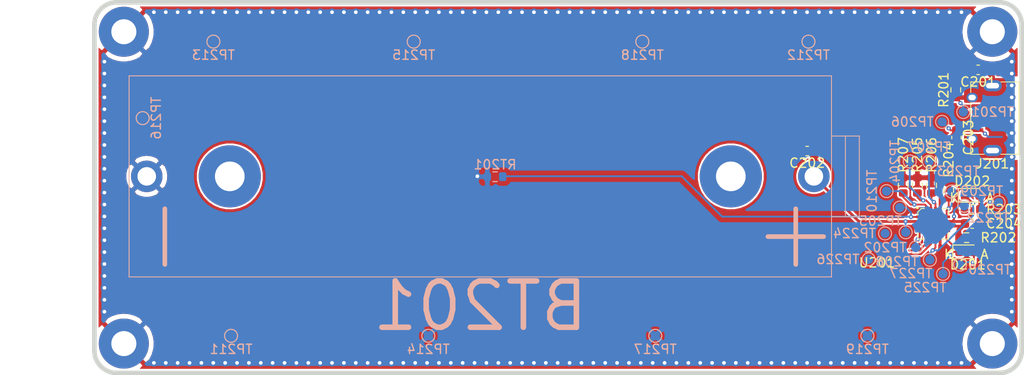
<source format=kicad_pcb>
(kicad_pcb (version 20171130) (host pcbnew 5.1.9-73d0e3b20d~88~ubuntu20.04.1)
  (title_block (title BluePilotESP32) (date 2020-12-19) (rev A0) (company Kalipso) (comment 1 "Patryk Rzonca"))
  (layers (0 F.Cu signal) (1 In1.Cu power hide) (2 In2.Cu power hide) (31 B.Cu signal) (34 B.Paste user hide) (35 F.Paste user hide) (36 B.SilkS user hide) (37 F.SilkS user hide) (38 B.Mask user hide) (39 F.Mask user hide) (44 Edge.Cuts user))
  (net 0 "")
  (net 1 GND)
  (net 2 /PowerSection/V_bat)
  (net 3 "Net-(C201-Pad1)")
  (net 4 /PowerSection/V_charger)
  (net 5 "Net-(D201-Pad2)")
  (net 6 "Net-(J201-Pad4)")
  (net 7 "Net-(J201-Pad3)")
  (net 8 "Net-(J201-Pad2)")
  (net 9 /PowerSection/TS_sens)
  (net 10 /PowerSection/V_out)
  (net 11 /PowerSection/~CHG)
  (net 12 "Net-(D202-Pad2)")
  (net 13 /PowerSection/~PGOOD)
  (net 14 /PowerSection/nCE_enable)
  (net 15 /PowerSection/EN1)
  (net 16 /PowerSection/EN2)
  (net 17 /PowerSection/ILIM)
  (net 18 /PowerSection/ITERM)
  (net 19 /PowerSection/TMR)
  (net 20 /PowerSection/ISET)
  (module BluePilot:RC0603FR-071ML (layer F.Cu) (at 137.16 125.222 90)
    (fp_text reference R201 (at 0 -1.3 90) (layer F.SilkS))
    (fp_text value RC0603FR-071ML)
    (pad 2 smd roundrect (at 0.825 0 90) (size 0.8 0.95) (layers F.Cu F.Paste F.Mask) (net 1 GND))
    (pad 1 smd roundrect (at -0.825 0 90) (size 0.8 0.95) (layers F.Cu F.Paste F.Mask) (net 3 "Net-(C201-Pad1)"))
  )
  (module BluePilot:CL10B472KC8WPNC (layer F.Cu) (at 139.573 123.063 180)
    (fp_text reference C201 (at 0 -1.3) (layer F.SilkS))
    (fp_text value CL10B472KC8WPNC)
    (pad 1 smd roundrect (at -0.775 0 180) (size 0.9 0.95) (layers F.Cu F.Paste F.Mask) (net 3 "Net-(C201-Pad1)"))
    (pad 2 smd roundrect (at 0.775 0 180) (size 0.9 0.95) (layers F.Cu F.Paste F.Mask) (net 1 GND))
  )
  (module TestPoint:TestPoint_Pad_D1.0mm (layer B.Cu) (at 134.366 143.5608)
    (fp_text reference TP227 (at -2.032 1.4732) (layer B.SilkS) (effects (justify mirror)))
    (fp_text value TestPoint)
    (pad 1 smd circle (at 0 0) (size 1 1) (layers B.Cu B.Mask) (net 13 /PowerSection/~PGOOD))
  )
  (module TestPoint:TestPoint_Pad_D1.0mm (layer B.Cu) (at 127.762 143.51)
    (fp_text reference TP226 (at -3.302 0) (layer B.SilkS) (effects (justify mirror)))
    (fp_text value TestPoint)
    (pad 1 smd circle (at 0 0) (size 1 1) (layers B.Cu B.Mask) (net 16 /PowerSection/EN2))
  )
  (module TestPoint:TestPoint_Pad_D1.0mm (layer B.Cu) (at 135.7884 145.0848)
    (fp_text reference TP225 (at -1.9304 1.4732) (layer B.SilkS) (effects (justify mirror)))
    (fp_text value TestPoint)
    (pad 1 smd circle (at 0 0) (size 1 1) (layers B.Cu B.Mask) (net 11 /PowerSection/~CHG))
  )
  (module TestPoint:TestPoint_Pad_D1.0mm (layer B.Cu) (at 129.54 140.716)
    (fp_text reference TP224 (at -3.302 0) (layer B.SilkS) (effects (justify mirror)))
    (fp_text value TestPoint)
    (pad 1 smd circle (at 0 0) (size 1 1) (layers B.Cu B.Mask) (net 15 /PowerSection/EN1))
  )
  (module TestPoint:TestPoint_Pad_D1.0mm (layer B.Cu) (at 138.0775 137.7315)
    (fp_text reference TP209 (at 1.8765 -1.5875) (layer B.SilkS) (effects (justify mirror)))
    (fp_text value TestPoint)
    (pad 1 smd circle (at 0 0) (size 1 1) (layers B.Cu B.Mask) (net 10 /PowerSection/V_out))
  )
  (module TestPoint:TestPoint_Pad_D1.0mm (layer B.Cu) (at 132.842 142.24)
    (fp_text reference TP208 (at -2.032 1.524) (layer B.SilkS) (effects (justify mirror)))
    (fp_text value TestPoint)
    (pad 1 smd circle (at 0 0) (size 1 1) (layers B.Cu B.Mask) (net 14 /PowerSection/nCE_enable))
  )
  (module TestPoint:TestPoint_Pad_D1.0mm (layer B.Cu) (at 131.124999 137.925)
    (fp_text reference TP205 (at -2.092999 1.448) (layer B.SilkS) (effects (justify mirror)))
    (fp_text value TestPoint)
    (pad 1 smd circle (at 0 0) (size 1 1) (layers B.Cu B.Mask) (net 9 /PowerSection/TS_sens))
  )
  (module TestPoint:TestPoint_Pad_D1.0mm (layer B.Cu) (at 131.7625 140.589)
    (fp_text reference TP202 (at -2.2225 1.651) (layer B.SilkS) (effects (justify mirror)))
    (fp_text value TestPoint)
    (pad 1 smd circle (at 0 0) (size 1 1) (layers B.Cu B.Mask) (net 2 /PowerSection/V_bat))
  )
  (module BluePilot:BQ24232HRGTR (layer F.Cu) (at 134.725 139.675)
    (fp_text reference U201 (at -6.05 4.2) (layer F.SilkS))
    (fp_text value BQ24232HRGTR)
    (pad 13 smd rect (at 0.75 -1.45 90) (size 0.75 0.3) (layers F.Cu F.Paste F.Mask) (net 4 /PowerSection/V_charger))
    (pad 6 smd rect (at -0.25 1.45 90) (size 0.75 0.3) (layers F.Cu F.Paste F.Mask) (net 15 /PowerSection/EN1))
    (pad 16 smd rect (at -0.75 -1.45 90) (size 0.75 0.3) (layers F.Cu F.Paste F.Mask) (net 20 /PowerSection/ISET))
    (pad 15 smd rect (at -0.25 -1.45 90) (size 0.75 0.3) (layers F.Cu F.Paste F.Mask) (net 18 /PowerSection/ITERM))
    (pad 5 smd rect (at -0.75 1.45 90) (size 0.75 0.3) (layers F.Cu F.Paste F.Mask) (net 16 /PowerSection/EN2))
    (pad 8 smd rect (at 0.75 1.45 90) (size 0.75 0.3) (layers F.Cu F.Paste F.Mask) (net 1 GND))
    (pad 14 smd rect (at 0.25 -1.45 90) (size 0.75 0.3) (layers F.Cu F.Paste F.Mask) (net 19 /PowerSection/TMR))
    (pad 7 smd rect (at 0.25 1.45 90) (size 0.75 0.3) (layers F.Cu F.Paste F.Mask) (net 13 /PowerSection/~PGOOD))
    (pad 17 smd custom (at 0 0) (size 1.6 1.6) (layers F.Cu F.Paste F.Mask) (net 1 GND) (options (clearance outline) (anchor rect)) (primitives (gr_poly (pts (xy 0.85 0.85) (xy -0.85 0.85) (xy -0.85 -0.85) (xy 0.85 -0.85)) (width 0.01))))
    (pad 9 smd rect (at 1.45 0.75) (size 0.75 0.3) (layers F.Cu F.Paste F.Mask) (net 11 /PowerSection/~CHG))
    (pad 4 smd rect (at -1.45 0.75) (size 0.75 0.3) (layers F.Cu F.Paste F.Mask) (net 14 /PowerSection/nCE_enable))
    (pad 10 smd rect (at 1.45 0.25) (size 0.75 0.3) (layers F.Cu F.Paste F.Mask) (net 10 /PowerSection/V_out))
    (pad 3 smd rect (at -1.45 0.25) (size 0.75 0.3) (layers F.Cu F.Paste F.Mask) (net 2 /PowerSection/V_bat))
    (pad 11 smd rect (at 1.45 -0.25) (size 0.75 0.3) (layers F.Cu F.Paste F.Mask) (net 10 /PowerSection/V_out))
    (pad 2 smd rect (at -1.45 -0.25) (size 0.75 0.3) (layers F.Cu F.Paste F.Mask) (net 2 /PowerSection/V_bat))
    (pad 12 smd rect (at 1.45 -0.75) (size 0.75 0.3) (layers F.Cu F.Paste F.Mask) (net 17 /PowerSection/ILIM))
    (pad 1 smd rect (at -1.45 -0.75) (size 0.75 0.3) (layers F.Cu F.Paste F.Mask) (net 9 /PowerSection/TS_sens))
  )
  (module Resistor_SMD:R_0603_1608Metric (layer F.Cu) (at 131.5 135.525 270)
    (fp_text reference R207 (at -3.275 0 90) (layer F.SilkS))
    (fp_text value R)
    (pad 2 smd roundrect (at 0.825 0 270) (size 0.8 0.95) (layers F.Cu F.Paste F.Mask) (net 20 /PowerSection/ISET))
    (pad 1 smd roundrect (at -0.825 0 270) (size 0.8 0.95) (layers F.Cu F.Paste F.Mask) (net 1 GND))
  )
  (module Resistor_SMD:R_0603_1608Metric (layer F.Cu) (at 134.55 135.525 270)
    (fp_text reference R206 (at -3.275 0 90) (layer F.SilkS))
    (fp_text value R)
    (pad 2 smd roundrect (at 0.825 0 270) (size 0.8 0.95) (layers F.Cu F.Paste F.Mask) (net 19 /PowerSection/TMR))
    (pad 1 smd roundrect (at -0.825 0 270) (size 0.8 0.95) (layers F.Cu F.Paste F.Mask) (net 1 GND))
  )
  (module Resistor_SMD:R_0603_1608Metric (layer F.Cu) (at 133.025 135.525 270)
    (fp_text reference R205 (at -3.275 0 90) (layer F.SilkS))
    (fp_text value R)
    (pad 2 smd roundrect (at 0.825 0 270) (size 0.8 0.95) (layers F.Cu F.Paste F.Mask) (net 18 /PowerSection/ITERM))
    (pad 1 smd roundrect (at -0.825 0 270) (size 0.8 0.95) (layers F.Cu F.Paste F.Mask) (net 1 GND))
  )
  (module Resistor_SMD:R_0603_1608Metric (layer F.Cu) (at 136.4 136.05 270)
    (fp_text reference R204 (at -3.275 0 90) (layer F.SilkS))
    (fp_text value R)
    (pad 2 smd roundrect (at 0.825 0 270) (size 0.8 0.95) (layers F.Cu F.Paste F.Mask) (net 17 /PowerSection/ILIM))
    (pad 1 smd roundrect (at -0.825 0 270) (size 0.8 0.95) (layers F.Cu F.Paste F.Mask) (net 1 GND))
  )
  (module TestPoint:TestPoint_Pad_D1.0mm (layer B.Cu) (at 129.7 136.15)
    (fp_text reference TP210 (at -1.575 0 90) (layer B.SilkS) (effects (justify mirror)))
    (fp_text value TestPoint)
    (pad 1 smd circle (at 0 0) (size 1 1) (layers B.Cu B.Mask) (net 20 /PowerSection/ISET))
  )
  (module TestPoint:TestPoint_Pad_D1.0mm (layer B.Cu) (at 134.275 132.975)
    (fp_text reference TP207 (at 0 -1.575) (layer B.SilkS) (effects (justify mirror)))
    (fp_text value TestPoint)
    (pad 1 smd circle (at 0 0) (size 1 1) (layers B.Cu B.Mask) (net 19 /PowerSection/TMR))
  )
  (module TestPoint:TestPoint_Pad_D1.0mm (layer B.Cu) (at 132.2 132.95)
    (fp_text reference TP204 (at -1.575 0 270) (layer B.SilkS) (effects (justify mirror)))
    (fp_text value TestPoint)
    (pad 1 smd circle (at 0 0) (size 1 1) (layers B.Cu B.Mask) (net 18 /PowerSection/ITERM))
  )
  (module TestPoint:TestPoint_Pad_D1.0mm (layer B.Cu) (at 136.725 136.2)
    (fp_text reference TP203 (at 0.7 -2.2) (layer B.SilkS) (effects (justify mirror)))
    (fp_text value TestPoint)
    (pad 1 smd circle (at 0 0) (size 1 1) (layers B.Cu B.Mask) (net 17 /PowerSection/ILIM))
  )
  (module TestPoint:TestPoint_Pad_D1.0mm (layer B.Cu) (at 127.635 151.765)
    (fp_text reference TP219 (at 0 1.448) (layer B.SilkS) (effects (justify mirror)))
    (fp_text value TestPoint)
    (pad 1 smd circle (at 0 0) (size 1 1) (layers B.Cu B.Mask) (net 1 GND))
  )
  (module TestPoint:TestPoint_Pad_D1.0mm (layer B.Cu) (at 103.378 120.015)
    (fp_text reference TP218 (at 0 1.448) (layer B.SilkS) (effects (justify mirror)))
    (fp_text value TestPoint)
    (pad 1 smd circle (at 0 0) (size 1 1) (layers B.Cu B.Mask) (net 1 GND))
  )
  (module TestPoint:TestPoint_Pad_D1.0mm (layer B.Cu) (at 104.775 151.765)
    (fp_text reference TP217 (at 0 1.448) (layer B.SilkS) (effects (justify mirror)))
    (fp_text value TestPoint)
    (pad 1 smd circle (at 0 0) (size 1 1) (layers B.Cu B.Mask) (net 1 GND))
  )
  (module TestPoint:TestPoint_Pad_D1.0mm (layer B.Cu) (at 49.53 128.27 90)
    (fp_text reference TP216 (at 0 1.448 90) (layer B.SilkS) (effects (justify mirror)))
    (fp_text value TestPoint)
    (pad 1 smd circle (at 0 0 90) (size 1 1) (layers B.Cu B.Mask) (net 1 GND))
  )
  (module TestPoint:TestPoint_Pad_D1.0mm (layer B.Cu) (at 78.74 120.015)
    (fp_text reference TP215 (at 0 1.448) (layer B.SilkS) (effects (justify mirror)))
    (fp_text value TestPoint)
    (pad 1 smd circle (at 0 0) (size 1 1) (layers B.Cu B.Mask) (net 1 GND))
  )
  (module TestPoint:TestPoint_Pad_D1.0mm (layer B.Cu) (at 80.3148 151.765)
    (fp_text reference TP214 (at 0 1.448) (layer B.SilkS) (effects (justify mirror)))
    (fp_text value TestPoint)
    (pad 1 smd circle (at 0 0) (size 1 1) (layers B.Cu B.Mask) (net 1 GND))
  )
  (module TestPoint:TestPoint_Pad_D1.0mm (layer B.Cu) (at 57.15 120.015)
    (fp_text reference TP213 (at 0 1.448) (layer B.SilkS) (effects (justify mirror)))
    (fp_text value TestPoint)
    (pad 1 smd circle (at 0 0) (size 1 1) (layers B.Cu B.Mask) (net 1 GND))
  )
  (module TestPoint:TestPoint_Pad_D1.0mm (layer B.Cu) (at 121.285 120.015)
    (fp_text reference TP212 (at 0 1.448) (layer B.SilkS) (effects (justify mirror)))
    (fp_text value TestPoint)
    (pad 1 smd circle (at 0 0) (size 1 1) (layers B.Cu B.Mask) (net 1 GND))
  )
  (module TestPoint:TestPoint_Pad_D1.0mm (layer B.Cu) (at 59.055 151.765)
    (fp_text reference TP211 (at 0 1.448) (layer B.SilkS) (effects (justify mirror)))
    (fp_text value TestPoint)
    (pad 1 smd circle (at 0 0) (size 1 1) (layers B.Cu B.Mask) (net 1 GND))
  )
  (module TestPoint:TestPoint_Pad_D1.0mm (layer B.Cu) (at 141.7732 137.3632)
    (fp_text reference TP222 (at -1.1232 1.6618) (layer B.SilkS) (effects (justify mirror)))
    (fp_text value TestPoint)
    (pad 1 smd circle (at 0 0) (size 1 1) (layers B.Cu B.Mask) (net 12 "Net-(D202-Pad2)"))
  )
  (module TestPoint:TestPoint_Pad_D1.0mm (layer B.Cu) (at 137.6172 144.0688 270)
    (fp_text reference TP220 (at 0.5588 -3.2004) (layer B.SilkS) (effects (justify mirror)))
    (fp_text value TestPoint)
    (pad 1 smd circle (at 0 0 270) (size 1 1) (layers B.Cu B.Mask) (net 5 "Net-(D201-Pad2)"))
  )
  (module BluePilot:CRGCQ0603F150R (layer F.Cu) (at 138.9279 138.1252 180)
    (fp_text reference R203 (at -3.4295 0) (layer F.SilkS))
    (fp_text value CRGCQ0603F150R)
    (pad 2 smd roundrect (at 0.825 0 180) (size 0.8 0.95) (layers F.Cu F.Paste F.Mask) (net 10 /PowerSection/V_out))
    (pad 1 smd roundrect (at -0.825 0 180) (size 0.8 0.95) (layers F.Cu F.Paste F.Mask) (net 12 "Net-(D202-Pad2)"))
  )
  (module BluePilot:CRGCQ0603F150R (layer F.Cu) (at 138.3284 141.1732 180)
    (fp_text reference R202 (at -3.429 0) (layer F.SilkS))
    (fp_text value CRGCQ0603F150R)
    (pad 2 smd roundrect (at 0.825 0 180) (size 0.8 0.95) (layers F.Cu F.Paste F.Mask) (net 10 /PowerSection/V_out))
    (pad 1 smd roundrect (at -0.825 0 180) (size 0.8 0.95) (layers F.Cu F.Paste F.Mask) (net 5 "Net-(D201-Pad2)"))
  )
  (module BluePilot:KB_DELPS2.12-QHRI-24-Z555-10-S (layer F.Cu) (at 138.9279 136.6012)
    (fp_text reference D202 (at 0.0005 -1.524) (layer F.SilkS))
    (fp_text value KB_DELPS2.12-QHRI-24-Z555-10-S)
    (fp_text user A (at 1.925 0.275) (layer F.SilkS))
    (fp_text user K (at -1.9304 0.275) (layer F.SilkS))
    (pad 2 smd roundrect (at 0.7875 0) (size 0.875 0.95) (layers F.Cu F.Paste F.Mask) (net 12 "Net-(D202-Pad2)"))
    (pad 1 smd roundrect (at -0.7875 0) (size 0.875 0.95) (layers F.Cu F.Paste F.Mask) (net 13 /PowerSection/~PGOOD))
  )
  (module BluePilot:KB_DELPS2.12-QHRI-24-Z555-10-S (layer F.Cu) (at 138.328399 142.6972)
    (fp_text reference D201 (at 0.127 1.397) (layer F.SilkS))
    (fp_text value KB_DELPS2.12-QHRI-24-Z555-10-S)
    (fp_text user A (at 1.925 0.275) (layer F.SilkS))
    (fp_text user K (at -1.9304 0.275) (layer F.SilkS))
    (pad 2 smd roundrect (at 0.7875 0) (size 0.875 0.95) (layers F.Cu F.Paste F.Mask) (net 5 "Net-(D201-Pad2)"))
    (pad 1 smd roundrect (at -0.7875 0) (size 0.875 0.95) (layers F.Cu F.Paste F.Mask) (net 11 /PowerSection/~CHG))
  )
  (module MountingHole:MountingHole_2.7mm_Pad (layer F.Cu) (at 141.097 118.9482)
    (fp_text reference H204 hide)
    (fp_text value MountingHole_Pad)
    (pad 1 thru_hole circle (at 0 0) (size 5.4 5.4) (drill 2.7) (layers *.Cu *.Mask) (net 1 GND))
  )
  (module MountingHole:MountingHole_2.7mm_Pad (layer F.Cu) (at 141.097 152.6032)
    (fp_text reference H203 hide)
    (fp_text value MountingHole_Pad)
    (pad 1 thru_hole circle (at 0 0) (size 5.4 5.4) (drill 2.7) (layers *.Cu *.Mask) (net 1 GND))
  )
  (module MountingHole:MountingHole_2.7mm_Pad (layer F.Cu) (at 47.498 152.6032)
    (fp_text reference H202 hide)
    (fp_text value MountingHole_Pad)
    (pad 1 thru_hole circle (at 0 0) (size 5.4 5.4) (drill 2.7) (layers *.Cu *.Mask) (net 1 GND))
  )
  (module MountingHole:MountingHole_2.7mm_Pad (layer F.Cu) (at 47.498 118.9482)
    (fp_text reference H201 hide)
    (fp_text value MountingHole_Pad)
    (pad 1 thru_hole circle (at 0 0) (size 5.4 5.4) (drill 2.7) (layers *.Cu *.Mask) (net 1 GND))
  )
  (module BluePilot:ERT-J1VR103J (layer B.Cu) (at 87.503 134.5692 180)
    (fp_text reference RT201 (at 0 1.275) (layer B.SilkS) (effects (justify mirror)))
    (fp_text value ERT-J1VR103J)
    (pad 1 smd roundrect (at -0.825 -0.025 180) (size 0.8 0.95) (layers B.Cu B.Paste B.Mask) (net 9 /PowerSection/TS_sens))
    (pad 2 smd roundrect (at 0.825 -0.025 180) (size 0.8 0.95) (layers B.Cu B.Paste B.Mask) (net 1 GND))
  )
  (module BluePilot:UJ2-MIBH2-4-SMT-TR (layer F.Cu) (at 141.1224 128.27 180)
    (fp_text reference J201 (at 0 -4.925) (layer F.SilkS))
    (fp_text value UJ2-MIBH2-4-SMT-TR)
    (pad 5 smd rect (at 1.6 1.3 180) (size 1.2 0.4) (layers F.Cu F.Paste F.Mask) (net 1 GND))
    (pad 4 smd rect (at 1.6 0.65 180) (size 1.2 0.4) (layers F.Cu F.Paste F.Mask) (net 6 "Net-(J201-Pad4)"))
    (pad 3 smd rect (at 1.6 0 180) (size 1.2 0.4) (layers F.Cu F.Paste F.Mask) (net 7 "Net-(J201-Pad3)"))
    (pad 2 smd rect (at 1.6 -0.65 180) (size 1.2 0.4) (layers F.Cu F.Paste F.Mask) (net 8 "Net-(J201-Pad2)"))
    (pad 1 smd rect (at 1.6 -1.3 180) (size 1.2 0.4) (layers F.Cu F.Paste F.Mask) (net 4 /PowerSection/V_charger))
    (pad 6 thru_hole oval (at 2.2 2.225 180) (size 1.2 1) (drill oval 0.8 0.6) (layers *.Cu *.Mask) (net 3 "Net-(C201-Pad1)"))
    (pad 6 thru_hole oval (at 2.2 -2.225 180) (size 1.2 1) (drill oval 0.8 0.6) (layers *.Cu *.Mask) (net 3 "Net-(C201-Pad1)"))
    (pad 6 smd rect (at 0 0 180) (size 0.9 2.6) (layers F.Cu F.Paste F.Mask) (net 3 "Net-(C201-Pad1)"))
    (pad 6 thru_hole oval (at 0 3.5 180) (size 2 1.2) (drill oval 1.4 0.6) (layers *.Cu *.Mask) (net 3 "Net-(C201-Pad1)"))
    (pad 6 thru_hole oval (at 0 -3.5 180) (size 2 1.2) (drill oval 1.4 0.6) (layers *.Cu *.Mask) (net 3 "Net-(C201-Pad1)"))
  )
  (module BluePilot:CL10A475KP8NNNC (layer F.Cu) (at 138.9284 139.6492)
    (fp_text reference C204 (at 3.429 0) (layer F.SilkS))
    (fp_text value CL10A475KP8NNNC)
    (pad 1 smd roundrect (at -0.775 0) (size 0.9 0.95) (layers F.Cu F.Paste F.Mask) (net 10 /PowerSection/V_out))
    (pad 2 smd roundrect (at 0.775 0) (size 0.9 0.95) (layers F.Cu F.Paste F.Mask) (net 1 GND))
  )
  (module BluePilot:CL10A475KP8NNNC (layer F.Cu) (at 137.2362 130.3658 270)
    (fp_text reference C203 (at 0 -1.2954 90) (layer F.SilkS))
    (fp_text value CL10A475KP8NNNC)
    (pad 1 smd roundrect (at -0.775 0 270) (size 0.9 0.95) (layers F.Cu F.Paste F.Mask) (net 4 /PowerSection/V_charger))
    (pad 2 smd roundrect (at 0.775 0 270) (size 0.9 0.95) (layers F.Cu F.Paste F.Mask) (net 1 GND))
  )
  (module BluePilot:CL10A475KP8NNNC (layer F.Cu) (at 121.145 131.826 180)
    (fp_text reference C202 (at 0 -1.2954) (layer F.SilkS))
    (fp_text value CL10A475KP8NNNC)
    (pad 1 smd roundrect (at -0.775 0 180) (size 0.9 0.95) (layers F.Cu F.Paste F.Mask) (net 2 /PowerSection/V_bat))
    (pad 2 smd roundrect (at 0.775 0 180) (size 0.9 0.95) (layers F.Cu F.Paste F.Mask) (net 1 GND))
  )
  (module BluePilot:BHC-18650-1P (layer B.Cu) (at 85.9155 134.5565)
    (fp_text reference BT201 (at 0 14) (layer B.SilkS) (effects (font (size 5 5) (thickness 0.6)) (justify mirror)))
    (fp_text value BHC-18650-1P)
    (pad 1 thru_hole circle (at 35.95 0 270) (size 3.4 3.4) (drill 2) (layers *.Cu *.Mask) (net 2 /PowerSection/V_bat))
    (pad "" np_thru_hole circle (at 27 0 270) (size 6.7 6.7) (drill 3.2) (layers *.Cu *.Mask))
    (pad 2 thru_hole circle (at -35.95 0 270) (size 3.4 3.4) (drill 2) (layers *.Cu *.Mask) (net 1 GND))
    (pad "" np_thru_hole circle (at -27 0 270) (size 6.7 6.7) (drill 3.2) (layers *.Cu *.Mask))
  )
  (module TestPoint:TestPoint_Pad_D1.0mm (layer B.Cu) (at 137.9728 127.6096)
    (fp_text reference TP201 (at 3.1496 0) (layer B.SilkS) (effects (justify mirror)))
    (fp_text value TestPoint)
    (pad 1 smd circle (at 0 0) (size 1 1) (layers B.Cu B.Mask) (net 3 "Net-(C201-Pad1)"))
  )
  (module TestPoint:TestPoint_Pad_D1.0mm (layer B.Cu) (at 135.6868 128.6764)
    (fp_text reference TP206 (at -3.2004 0) (layer B.SilkS) (effects (justify mirror)))
    (fp_text value TestPoint)
    (pad 1 smd circle (at 0 0) (size 1 1) (layers B.Cu B.Mask) (net 4 /PowerSection/V_charger))
  )
  (gr_line (start 144.272 153.3652) (end 144.272 118.1862) (layer Edge.Cuts) (width 0.5))
  (gr_arc (start 141.859 153.3652) (end 141.859 155.7782) (angle -90) (layer Edge.Cuts) (width 0.5))
  (gr_arc (start 141.859 118.1862) (end 144.272 118.1862) (angle -90) (layer Edge.Cuts) (width 0.5))
  (gr_arc (start 46.736 118.1862) (end 46.736 115.7732) (angle -90) (layer Edge.Cuts) (width 0.5))
  (gr_arc (start 46.736 153.3652) (end 44.323 153.3652) (angle -90) (layer Edge.Cuts) (width 0.5))
  (gr_line (start 46.736 115.7732) (end 141.859 115.7732) (layer Edge.Cuts) (width 0.5))
  (gr_line (start 44.323 153.3652) (end 44.323 118.1862) (layer Edge.Cuts) (width 0.5))
  (gr_line (start 46.736 155.7782) (end 141.859 155.7782) (layer Edge.Cuts) (width 0.5))
  (via (at 124.968 116.84) (size 0.8) (drill 0.4) (layers F.Cu B.Cu) (net 1))
  (via (at 143.1925 122.174) (size 0.8) (drill 0.4) (layers F.Cu B.Cu) (net 1))
  (via (at 45.4025 122.174) (size 0.8) (drill 0.4) (layers F.Cu B.Cu) (net 1))
  (via (at 50.7365 116.84) (size 0.8) (drill 0.4) (layers F.Cu B.Cu) (net 1))
  (via (at 50.7365 154.686) (size 0.8) (drill 0.4) (layers F.Cu B.Cu) (net 1))
  (segment (start 85.5984 134.5442) (end 85.598 134.5438) (width 0.25) (layer B.Cu) (net 1))
  (via (at 85.598 134.5438) (size 0.8) (drill 0.4) (layers F.Cu B.Cu) (net 1))
  (segment (start 86.678 134.5442) (end 85.5984 134.5442) (width 0.25) (layer B.Cu) (net 1))
  (segment (start 138.798 123.063) (end 137.795 123.063) (width 0.5) (layer F.Cu) (net 1))
  (segment (start 137.795 123.063) (end 137.16 123.698) (width 0.5) (layer F.Cu) (net 1))
  (segment (start 137.16 123.698) (end 137.16 124.397) (width 0.5) (layer F.Cu) (net 1))
  (segment (start 135.4716 140.3992) (end 134.7216 139.6492) (width 0.2) (layer F.Cu) (net 1))
  (segment (start 135.4716 141.0992) (end 135.4716 140.3992) (width 0.3) (layer F.Cu) (net 1))
  (via (at 52.0165 154.686) (size 0.8) (drill 0.4) (layers F.Cu B.Cu) (net 1))
  (via (at 53.2965 154.686) (size 0.8) (drill 0.4) (layers F.Cu B.Cu) (net 1))
  (via (at 54.5765 154.686) (size 0.8) (drill 0.4) (layers F.Cu B.Cu) (net 1))
  (via (at 55.8565 154.686) (size 0.8) (drill 0.4) (layers F.Cu B.Cu) (net 1))
  (via (at 57.1365 154.686) (size 0.8) (drill 0.4) (layers F.Cu B.Cu) (net 1))
  (via (at 58.4165 154.686) (size 0.8) (drill 0.4) (layers F.Cu B.Cu) (net 1))
  (via (at 59.6965 154.686) (size 0.8) (drill 0.4) (layers F.Cu B.Cu) (net 1))
  (via (at 60.9765 154.686) (size 0.8) (drill 0.4) (layers F.Cu B.Cu) (net 1))
  (via (at 62.2565 154.686) (size 0.8) (drill 0.4) (layers F.Cu B.Cu) (net 1))
  (via (at 63.5365 154.686) (size 0.8) (drill 0.4) (layers F.Cu B.Cu) (net 1))
  (via (at 64.8165 154.686) (size 0.8) (drill 0.4) (layers F.Cu B.Cu) (net 1))
  (via (at 66.0965 154.686) (size 0.8) (drill 0.4) (layers F.Cu B.Cu) (net 1))
  (via (at 67.3765 154.686) (size 0.8) (drill 0.4) (layers F.Cu B.Cu) (net 1))
  (via (at 68.6565 154.686) (size 0.8) (drill 0.4) (layers F.Cu B.Cu) (net 1))
  (via (at 69.9365 154.686) (size 0.8) (drill 0.4) (layers F.Cu B.Cu) (net 1))
  (via (at 71.2165 154.686) (size 0.8) (drill 0.4) (layers F.Cu B.Cu) (net 1))
  (via (at 72.4965 154.686) (size 0.8) (drill 0.4) (layers F.Cu B.Cu) (net 1))
  (via (at 73.7765 154.686) (size 0.8) (drill 0.4) (layers F.Cu B.Cu) (net 1))
  (via (at 75.0565 154.686) (size 0.8) (drill 0.4) (layers F.Cu B.Cu) (net 1))
  (via (at 76.3365 154.686) (size 0.8) (drill 0.4) (layers F.Cu B.Cu) (net 1))
  (via (at 77.6165 154.686) (size 0.8) (drill 0.4) (layers F.Cu B.Cu) (net 1))
  (via (at 78.8965 154.686) (size 0.8) (drill 0.4) (layers F.Cu B.Cu) (net 1))
  (via (at 80.1765 154.686) (size 0.8) (drill 0.4) (layers F.Cu B.Cu) (net 1))
  (via (at 81.4565 154.686) (size 0.8) (drill 0.4) (layers F.Cu B.Cu) (net 1))
  (via (at 82.7365 154.686) (size 0.8) (drill 0.4) (layers F.Cu B.Cu) (net 1))
  (via (at 84.0165 154.686) (size 0.8) (drill 0.4) (layers F.Cu B.Cu) (net 1))
  (via (at 85.2965 154.686) (size 0.8) (drill 0.4) (layers F.Cu B.Cu) (net 1))
  (via (at 86.5765 154.686) (size 0.8) (drill 0.4) (layers F.Cu B.Cu) (net 1))
  (via (at 87.8565 154.686) (size 0.8) (drill 0.4) (layers F.Cu B.Cu) (net 1))
  (via (at 89.1365 154.686) (size 0.8) (drill 0.4) (layers F.Cu B.Cu) (net 1))
  (via (at 90.4165 154.686) (size 0.8) (drill 0.4) (layers F.Cu B.Cu) (net 1))
  (via (at 91.6965 154.686) (size 0.8) (drill 0.4) (layers F.Cu B.Cu) (net 1))
  (via (at 92.9765 154.686) (size 0.8) (drill 0.4) (layers F.Cu B.Cu) (net 1))
  (via (at 94.2565 154.686) (size 0.8) (drill 0.4) (layers F.Cu B.Cu) (net 1))
  (via (at 95.5365 154.686) (size 0.8) (drill 0.4) (layers F.Cu B.Cu) (net 1))
  (via (at 96.8165 154.686) (size 0.8) (drill 0.4) (layers F.Cu B.Cu) (net 1))
  (via (at 98.0965 154.686) (size 0.8) (drill 0.4) (layers F.Cu B.Cu) (net 1))
  (via (at 99.3765 154.686) (size 0.8) (drill 0.4) (layers F.Cu B.Cu) (net 1))
  (via (at 100.6565 154.686) (size 0.8) (drill 0.4) (layers F.Cu B.Cu) (net 1))
  (via (at 101.9365 154.686) (size 0.8) (drill 0.4) (layers F.Cu B.Cu) (net 1))
  (via (at 103.2165 154.686) (size 0.8) (drill 0.4) (layers F.Cu B.Cu) (net 1))
  (via (at 104.4965 154.686) (size 0.8) (drill 0.4) (layers F.Cu B.Cu) (net 1))
  (via (at 105.7765 154.686) (size 0.8) (drill 0.4) (layers F.Cu B.Cu) (net 1))
  (via (at 107.0565 154.686) (size 0.8) (drill 0.4) (layers F.Cu B.Cu) (net 1))
  (via (at 108.3365 154.686) (size 0.8) (drill 0.4) (layers F.Cu B.Cu) (net 1))
  (via (at 109.6165 154.686) (size 0.8) (drill 0.4) (layers F.Cu B.Cu) (net 1))
  (via (at 110.8965 154.686) (size 0.8) (drill 0.4) (layers F.Cu B.Cu) (net 1))
  (via (at 112.1765 154.686) (size 0.8) (drill 0.4) (layers F.Cu B.Cu) (net 1))
  (via (at 113.4565 154.686) (size 0.8) (drill 0.4) (layers F.Cu B.Cu) (net 1))
  (via (at 114.7365 154.686) (size 0.8) (drill 0.4) (layers F.Cu B.Cu) (net 1))
  (via (at 116.0165 154.686) (size 0.8) (drill 0.4) (layers F.Cu B.Cu) (net 1))
  (via (at 117.2965 154.686) (size 0.8) (drill 0.4) (layers F.Cu B.Cu) (net 1))
  (via (at 118.5765 154.686) (size 0.8) (drill 0.4) (layers F.Cu B.Cu) (net 1))
  (via (at 119.8565 154.686) (size 0.8) (drill 0.4) (layers F.Cu B.Cu) (net 1))
  (via (at 121.1365 154.686) (size 0.8) (drill 0.4) (layers F.Cu B.Cu) (net 1))
  (via (at 122.4165 154.686) (size 0.8) (drill 0.4) (layers F.Cu B.Cu) (net 1))
  (via (at 123.6965 154.686) (size 0.8) (drill 0.4) (layers F.Cu B.Cu) (net 1))
  (via (at 124.9765 154.686) (size 0.8) (drill 0.4) (layers F.Cu B.Cu) (net 1))
  (via (at 126.2565 154.686) (size 0.8) (drill 0.4) (layers F.Cu B.Cu) (net 1))
  (via (at 127.5365 154.686) (size 0.8) (drill 0.4) (layers F.Cu B.Cu) (net 1))
  (via (at 128.8165 154.686) (size 0.8) (drill 0.4) (layers F.Cu B.Cu) (net 1))
  (via (at 130.0965 154.686) (size 0.8) (drill 0.4) (layers F.Cu B.Cu) (net 1))
  (via (at 131.3765 154.686) (size 0.8) (drill 0.4) (layers F.Cu B.Cu) (net 1))
  (via (at 132.6565 154.686) (size 0.8) (drill 0.4) (layers F.Cu B.Cu) (net 1))
  (via (at 133.9365 154.686) (size 0.8) (drill 0.4) (layers F.Cu B.Cu) (net 1))
  (via (at 135.2165 154.686) (size 0.8) (drill 0.4) (layers F.Cu B.Cu) (net 1))
  (via (at 136.4965 154.686) (size 0.8) (drill 0.4) (layers F.Cu B.Cu) (net 1))
  (via (at 137.7765 154.686) (size 0.8) (drill 0.4) (layers F.Cu B.Cu) (net 1))
  (via (at 52.0165 116.84) (size 0.8) (drill 0.4) (layers F.Cu B.Cu) (net 1))
  (via (at 53.2965 116.84) (size 0.8) (drill 0.4) (layers F.Cu B.Cu) (net 1))
  (via (at 54.5765 116.84) (size 0.8) (drill 0.4) (layers F.Cu B.Cu) (net 1))
  (via (at 55.8565 116.84) (size 0.8) (drill 0.4) (layers F.Cu B.Cu) (net 1))
  (via (at 57.1365 116.84) (size 0.8) (drill 0.4) (layers F.Cu B.Cu) (net 1))
  (via (at 58.4165 116.84) (size 0.8) (drill 0.4) (layers F.Cu B.Cu) (net 1))
  (via (at 59.6965 116.84) (size 0.8) (drill 0.4) (layers F.Cu B.Cu) (net 1))
  (via (at 60.9765 116.84) (size 0.8) (drill 0.4) (layers F.Cu B.Cu) (net 1))
  (via (at 62.2565 116.84) (size 0.8) (drill 0.4) (layers F.Cu B.Cu) (net 1))
  (via (at 63.5365 116.84) (size 0.8) (drill 0.4) (layers F.Cu B.Cu) (net 1))
  (via (at 64.8165 116.84) (size 0.8) (drill 0.4) (layers F.Cu B.Cu) (net 1))
  (via (at 66.0965 116.84) (size 0.8) (drill 0.4) (layers F.Cu B.Cu) (net 1))
  (via (at 67.3765 116.84) (size 0.8) (drill 0.4) (layers F.Cu B.Cu) (net 1))
  (via (at 68.6565 116.84) (size 0.8) (drill 0.4) (layers F.Cu B.Cu) (net 1))
  (via (at 69.9365 116.84) (size 0.8) (drill 0.4) (layers F.Cu B.Cu) (net 1))
  (via (at 71.2165 116.84) (size 0.8) (drill 0.4) (layers F.Cu B.Cu) (net 1))
  (via (at 72.4965 116.84) (size 0.8) (drill 0.4) (layers F.Cu B.Cu) (net 1))
  (via (at 73.7765 116.84) (size 0.8) (drill 0.4) (layers F.Cu B.Cu) (net 1))
  (via (at 75.0565 116.84) (size 0.8) (drill 0.4) (layers F.Cu B.Cu) (net 1))
  (via (at 76.3365 116.84) (size 0.8) (drill 0.4) (layers F.Cu B.Cu) (net 1))
  (via (at 77.6165 116.84) (size 0.8) (drill 0.4) (layers F.Cu B.Cu) (net 1))
  (via (at 78.8965 116.84) (size 0.8) (drill 0.4) (layers F.Cu B.Cu) (net 1))
  (via (at 80.1765 116.84) (size 0.8) (drill 0.4) (layers F.Cu B.Cu) (net 1))
  (via (at 81.4565 116.84) (size 0.8) (drill 0.4) (layers F.Cu B.Cu) (net 1))
  (via (at 82.7365 116.84) (size 0.8) (drill 0.4) (layers F.Cu B.Cu) (net 1))
  (via (at 84.0165 116.84) (size 0.8) (drill 0.4) (layers F.Cu B.Cu) (net 1))
  (via (at 85.2965 116.84) (size 0.8) (drill 0.4) (layers F.Cu B.Cu) (net 1))
  (via (at 86.5765 116.84) (size 0.8) (drill 0.4) (layers F.Cu B.Cu) (net 1))
  (via (at 87.8565 116.84) (size 0.8) (drill 0.4) (layers F.Cu B.Cu) (net 1))
  (via (at 89.1365 116.84) (size 0.8) (drill 0.4) (layers F.Cu B.Cu) (net 1))
  (via (at 90.4165 116.84) (size 0.8) (drill 0.4) (layers F.Cu B.Cu) (net 1))
  (via (at 91.6965 116.84) (size 0.8) (drill 0.4) (layers F.Cu B.Cu) (net 1))
  (via (at 92.9765 116.84) (size 0.8) (drill 0.4) (layers F.Cu B.Cu) (net 1))
  (via (at 94.2565 116.84) (size 0.8) (drill 0.4) (layers F.Cu B.Cu) (net 1))
  (via (at 95.5365 116.84) (size 0.8) (drill 0.4) (layers F.Cu B.Cu) (net 1))
  (via (at 96.8165 116.84) (size 0.8) (drill 0.4) (layers F.Cu B.Cu) (net 1))
  (via (at 98.0965 116.84) (size 0.8) (drill 0.4) (layers F.Cu B.Cu) (net 1))
  (via (at 99.3765 116.84) (size 0.8) (drill 0.4) (layers F.Cu B.Cu) (net 1))
  (via (at 100.6565 116.84) (size 0.8) (drill 0.4) (layers F.Cu B.Cu) (net 1))
  (via (at 101.9365 116.84) (size 0.8) (drill 0.4) (layers F.Cu B.Cu) (net 1))
  (via (at 103.2165 116.84) (size 0.8) (drill 0.4) (layers F.Cu B.Cu) (net 1))
  (via (at 104.4965 116.84) (size 0.8) (drill 0.4) (layers F.Cu B.Cu) (net 1))
  (via (at 105.7765 116.84) (size 0.8) (drill 0.4) (layers F.Cu B.Cu) (net 1))
  (via (at 107.0565 116.84) (size 0.8) (drill 0.4) (layers F.Cu B.Cu) (net 1))
  (via (at 108.3365 116.84) (size 0.8) (drill 0.4) (layers F.Cu B.Cu) (net 1))
  (via (at 109.6165 116.84) (size 0.8) (drill 0.4) (layers F.Cu B.Cu) (net 1))
  (via (at 110.8965 116.84) (size 0.8) (drill 0.4) (layers F.Cu B.Cu) (net 1))
  (via (at 112.1765 116.84) (size 0.8) (drill 0.4) (layers F.Cu B.Cu) (net 1))
  (via (at 113.4565 116.84) (size 0.8) (drill 0.4) (layers F.Cu B.Cu) (net 1))
  (via (at 114.7365 116.84) (size 0.8) (drill 0.4) (layers F.Cu B.Cu) (net 1))
  (via (at 116.0165 116.84) (size 0.8) (drill 0.4) (layers F.Cu B.Cu) (net 1))
  (via (at 117.2965 116.84) (size 0.8) (drill 0.4) (layers F.Cu B.Cu) (net 1))
  (via (at 118.5765 116.84) (size 0.8) (drill 0.4) (layers F.Cu B.Cu) (net 1))
  (via (at 119.8565 116.84) (size 0.8) (drill 0.4) (layers F.Cu B.Cu) (net 1))
  (via (at 121.1365 116.84) (size 0.8) (drill 0.4) (layers F.Cu B.Cu) (net 1))
  (via (at 122.4165 116.84) (size 0.8) (drill 0.4) (layers F.Cu B.Cu) (net 1))
  (via (at 123.6965 116.84) (size 0.8) (drill 0.4) (layers F.Cu B.Cu) (net 1))
  (via (at 126.2565 116.84) (size 0.8) (drill 0.4) (layers F.Cu B.Cu) (net 1))
  (via (at 127.5365 116.84) (size 0.8) (drill 0.4) (layers F.Cu B.Cu) (net 1))
  (via (at 128.8165 116.84) (size 0.8) (drill 0.4) (layers F.Cu B.Cu) (net 1))
  (via (at 130.0965 116.84) (size 0.8) (drill 0.4) (layers F.Cu B.Cu) (net 1))
  (via (at 131.3765 116.84) (size 0.8) (drill 0.4) (layers F.Cu B.Cu) (net 1))
  (via (at 132.6565 116.84) (size 0.8) (drill 0.4) (layers F.Cu B.Cu) (net 1))
  (via (at 133.9365 116.84) (size 0.8) (drill 0.4) (layers F.Cu B.Cu) (net 1))
  (via (at 135.2165 116.84) (size 0.8) (drill 0.4) (layers F.Cu B.Cu) (net 1))
  (via (at 136.4965 116.84) (size 0.8) (drill 0.4) (layers F.Cu B.Cu) (net 1))
  (via (at 137.7765 116.84) (size 0.8) (drill 0.4) (layers F.Cu B.Cu) (net 1))
  (via (at 45.4025 123.459) (size 0.8) (drill 0.4) (layers F.Cu B.Cu) (net 1))
  (via (at 45.4025 124.744) (size 0.8) (drill 0.4) (layers F.Cu B.Cu) (net 1))
  (via (at 45.4025 126.029) (size 0.8) (drill 0.4) (layers F.Cu B.Cu) (net 1))
  (via (at 45.4025 127.314) (size 0.8) (drill 0.4) (layers F.Cu B.Cu) (net 1))
  (via (at 45.4025 128.599) (size 0.8) (drill 0.4) (layers F.Cu B.Cu) (net 1))
  (via (at 45.4025 129.884) (size 0.8) (drill 0.4) (layers F.Cu B.Cu) (net 1))
  (via (at 45.4025 131.169) (size 0.8) (drill 0.4) (layers F.Cu B.Cu) (net 1))
  (via (at 45.4025 132.454) (size 0.8) (drill 0.4) (layers F.Cu B.Cu) (net 1))
  (via (at 45.4025 133.739) (size 0.8) (drill 0.4) (layers F.Cu B.Cu) (net 1))
  (via (at 45.4025 135.024) (size 0.8) (drill 0.4) (layers F.Cu B.Cu) (net 1))
  (via (at 45.4025 136.309) (size 0.8) (drill 0.4) (layers F.Cu B.Cu) (net 1))
  (via (at 45.4025 137.594) (size 0.8) (drill 0.4) (layers F.Cu B.Cu) (net 1))
  (via (at 45.4025 138.879) (size 0.8) (drill 0.4) (layers F.Cu B.Cu) (net 1))
  (via (at 45.4025 140.164) (size 0.8) (drill 0.4) (layers F.Cu B.Cu) (net 1))
  (via (at 45.4025 141.449) (size 0.8) (drill 0.4) (layers F.Cu B.Cu) (net 1))
  (via (at 45.4025 142.734) (size 0.8) (drill 0.4) (layers F.Cu B.Cu) (net 1))
  (via (at 45.4025 144.019) (size 0.8) (drill 0.4) (layers F.Cu B.Cu) (net 1))
  (via (at 45.4025 145.304) (size 0.8) (drill 0.4) (layers F.Cu B.Cu) (net 1))
  (via (at 45.4025 146.589) (size 0.8) (drill 0.4) (layers F.Cu B.Cu) (net 1))
  (via (at 45.4025 147.874) (size 0.8) (drill 0.4) (layers F.Cu B.Cu) (net 1))
  (via (at 45.4025 149.159) (size 0.8) (drill 0.4) (layers F.Cu B.Cu) (net 1))
  (via (at 143.1925 123.459) (size 0.8) (drill 0.4) (layers F.Cu B.Cu) (net 1))
  (via (at 143.1925 124.744) (size 0.8) (drill 0.4) (layers F.Cu B.Cu) (net 1))
  (via (at 143.1925 126.029) (size 0.8) (drill 0.4) (layers F.Cu B.Cu) (net 1))
  (via (at 143.1925 127.314) (size 0.8) (drill 0.4) (layers F.Cu B.Cu) (net 1))
  (via (at 143.1925 128.599) (size 0.8) (drill 0.4) (layers F.Cu B.Cu) (net 1))
  (via (at 143.1925 129.884) (size 0.8) (drill 0.4) (layers F.Cu B.Cu) (net 1))
  (via (at 143.1925 131.169) (size 0.8) (drill 0.4) (layers F.Cu B.Cu) (net 1))
  (via (at 143.1925 132.454) (size 0.8) (drill 0.4) (layers F.Cu B.Cu) (net 1))
  (via (at 143.1925 133.739) (size 0.8) (drill 0.4) (layers F.Cu B.Cu) (net 1))
  (via (at 143.1925 135.024) (size 0.8) (drill 0.4) (layers F.Cu B.Cu) (net 1))
  (via (at 143.1925 136.309) (size 0.8) (drill 0.4) (layers F.Cu B.Cu) (net 1))
  (via (at 143.1925 137.594) (size 0.8) (drill 0.4) (layers F.Cu B.Cu) (net 1))
  (via (at 143.1925 138.879) (size 0.8) (drill 0.4) (layers F.Cu B.Cu) (net 1))
  (via (at 143.1925 140.164) (size 0.8) (drill 0.4) (layers F.Cu B.Cu) (net 1))
  (via (at 143.1925 141.449) (size 0.8) (drill 0.4) (layers F.Cu B.Cu) (net 1))
  (via (at 143.1925 142.734) (size 0.8) (drill 0.4) (layers F.Cu B.Cu) (net 1))
  (via (at 143.1925 144.019) (size 0.8) (drill 0.4) (layers F.Cu B.Cu) (net 1))
  (via (at 143.1925 145.304) (size 0.8) (drill 0.4) (layers F.Cu B.Cu) (net 1))
  (via (at 143.1925 146.589) (size 0.8) (drill 0.4) (layers F.Cu B.Cu) (net 1))
  (via (at 143.1925 147.874) (size 0.8) (drill 0.4) (layers F.Cu B.Cu) (net 1))
  (via (at 143.1925 149.159) (size 0.8) (drill 0.4) (layers F.Cu B.Cu) (net 1))
  (segment (start 136.588 124.397) (end 137.16 124.397) (width 0.2) (layer F.Cu) (net 1))
  (segment (start 136.017 126.340122) (end 136.017 124.968) (width 0.2) (layer F.Cu) (net 1))
  (segment (start 139.5224 126.97) (end 138.571654 126.97) (width 0.2) (layer F.Cu) (net 1))
  (segment (start 138.571654 126.97) (end 138.287654 127.254) (width 0.2) (layer F.Cu) (net 1))
  (segment (start 138.287654 127.254) (end 136.930878 127.254) (width 0.2) (layer F.Cu) (net 1))
  (segment (start 136.930878 127.254) (end 136.017 126.340122) (width 0.2) (layer F.Cu) (net 1))
  (segment (start 136.017 124.968) (end 136.588 124.397) (width 0.2) (layer F.Cu) (net 1))
  (segment (start 133.2716 139.8992) (end 133.2716 139.3992) (width 0.2) (layer F.Cu) (net 2))
  (segment (start 121.8946 134.5274) (end 121.8655 134.5565) (width 0.5) (layer F.Cu) (net 2))
  (segment (start 121.92 134.502) (end 121.8655 134.5565) (width 0.9) (layer F.Cu) (net 2))
  (segment (start 121.92 131.826) (end 121.92 134.502) (width 0.9) (layer F.Cu) (net 2))
  (via (at 131.7492 139.425) (size 0.45) (drill 0.2) (layers F.Cu B.Cu) (net 2))
  (segment (start 131.7492 140.5981) (end 131.7492 139.425) (width 0.2) (layer B.Cu) (net 2))
  (segment (start 131.7625 139.4159) (end 131.7458 139.3992) (width 0.2) (layer B.Cu) (net 2))
  (segment (start 131.7492 139.425) (end 126.7116 139.425) (width 0.3) (layer F.Cu) (net 2))
  (segment (start 126.7116 139.425) (end 121.8689 134.5823) (width 0.3) (layer F.Cu) (net 2))
  (segment (start 131.7492 139.425) (end 133.275 139.425) (width 0.3) (layer F.Cu) (net 2))
  (segment (start 141.1224 123.8374) (end 141.1224 124.77) (width 0.5) (layer F.Cu) (net 3))
  (segment (start 140.348 123.063) (end 141.1224 123.8374) (width 0.5) (layer F.Cu) (net 3))
  (segment (start 137.16 126.301) (end 137.477 126.301) (width 0.2) (layer F.Cu) (net 3))
  (segment (start 138.9204 126.047) (end 138.9224 126.045) (width 0.5) (layer F.Cu) (net 3))
  (segment (start 137.16 126.047) (end 138.9204 126.047) (width 0.5) (layer F.Cu) (net 3))
  (via (at 137.668 126.6444) (size 0.45) (drill 0.2) (layers F.Cu B.Cu) (net 3))
  (segment (start 137.668 126.555) (end 137.668 126.6444) (width 0.2) (layer F.Cu) (net 3))
  (segment (start 137.16 126.047) (end 137.668 126.555) (width 0.2) (layer F.Cu) (net 3))
  (segment (start 137.9728 126.9492) (end 137.9728 127.6096) (width 0.2) (layer B.Cu) (net 3))
  (segment (start 137.668 126.6444) (end 137.9728 126.9492) (width 0.2) (layer B.Cu) (net 3))
  (segment (start 137.257 129.57) (end 137.2362 129.5908) (width 0.4) (layer F.Cu) (net 4))
  (segment (start 139.5224 129.57) (end 137.257 129.57) (width 0.4) (layer F.Cu) (net 4))
  (segment (start 139.9332 129.57) (end 140.3096 129.9464) (width 0.2) (layer F.Cu) (net 4))
  (via (at 140.3096 129.9464) (size 0.45) (drill 0.2) (layers F.Cu B.Cu) (net 4))
  (segment (start 139.5224 129.57) (end 139.9332 129.57) (width 0.2) (layer F.Cu) (net 4))
  (segment (start 140.3096 129.9464) (end 140.6652 130.302) (width 0.2) (layer B.Cu) (net 4))
  (segment (start 140.6652 130.302) (end 142.1384 130.302) (width 0.2) (layer B.Cu) (net 4))
  (segment (start 137.2362 129.5908) (end 135.4716 131.3554) (width 0.3) (layer F.Cu) (net 4))
  (segment (start 135.4716 131.3554) (end 135.4716 138.1992) (width 0.3) (layer F.Cu) (net 4))
  (segment (start 135.7014 128.6764) (end 135.6868 128.6764) (width 0.2) (layer B.Cu) (net 4))
  (segment (start 136.4 129.375) (end 135.7014 128.6764) (width 0.2) (layer B.Cu) (net 4))
  (via (at 136.4 129.375) (size 0.45) (drill 0.2) (layers F.Cu B.Cu) (net 4))
  (segment (start 136.6158 129.5908) (end 137.2362 129.5908) (width 0.2) (layer F.Cu) (net 4))
  (segment (start 136.4 129.375) (end 136.6158 129.5908) (width 0.2) (layer F.Cu) (net 4))
  (segment (start 139.1158 142.6973) (end 139.1159 142.6972) (width 0.5) (layer F.Cu) (net 5))
  (segment (start 139.1159 141.2107) (end 139.1534 141.1732) (width 0.3) (layer F.Cu) (net 5))
  (segment (start 139.1159 142.6972) (end 139.1159 141.2107) (width 0.3) (layer F.Cu) (net 5))
  (via (at 138.9888 143.8148) (size 0.45) (drill 0.2) (layers F.Cu B.Cu) (net 5))
  (segment (start 139.115899 143.687701) (end 138.9888 143.8148) (width 0.2) (layer F.Cu) (net 5))
  (segment (start 139.115899 142.6972) (end 139.115899 143.687701) (width 0.2) (layer F.Cu) (net 5))
  (segment (start 138.9888 143.8148) (end 138.3284 143.8148) (width 0.2) (layer B.Cu) (net 5))
  (segment (start 138.0744 144.0688) (end 137.6172 144.0688) (width 0.2) (layer B.Cu) (net 5))
  (segment (start 138.3284 143.8148) (end 138.0744 144.0688) (width 0.2) (layer B.Cu) (net 5))
  (via (at 132.334 138.938) (size 0.45) (drill 0.2) (layers F.Cu B.Cu) (net 9))
  (segment (start 131.124999 137.925) (end 131.829 137.925) (width 0.2) (layer B.Cu) (net 9))
  (segment (start 132.334 138.43) (end 132.334 138.938) (width 0.2) (layer B.Cu) (net 9))
  (segment (start 131.829 137.925) (end 132.334 138.43) (width 0.2) (layer B.Cu) (net 9))
  (segment (start 133.262 138.938) (end 133.275 138.925) (width 0.2) (layer F.Cu) (net 9))
  (segment (start 132.334 138.938) (end 133.262 138.938) (width 0.2) (layer F.Cu) (net 9))
  (segment (start 107.6202 134.5442) (end 88.378 134.5442) (width 0.2) (layer B.Cu) (net 9))
  (segment (start 111.975999 138.899999) (end 107.6202 134.5442) (width 0.2) (layer B.Cu) (net 9))
  (segment (start 132.295999 138.899999) (end 111.975999 138.899999) (width 0.2) (layer B.Cu) (net 9))
  (segment (start 88.378 134.5442) (end 88.328 134.5942) (width 0.2) (layer B.Cu) (net 9))
  (segment (start 132.334 138.938) (end 132.295999 138.899999) (width 0.2) (layer B.Cu) (net 9))
  (segment (start 137.5534 141.1232) (end 137.5034 141.1732) (width 0.3) (layer F.Cu) (net 10))
  (segment (start 137.5034 141.1732) (end 137.4526 141.1224) (width 0.2) (layer F.Cu) (net 10))
  (via (at 136.971602 138.8745) (size 0.45) (drill 0.2) (layers F.Cu B.Cu) (net 10))
  (segment (start 136.971602 139.174198) (end 136.971602 138.8745) (width 0.2) (layer F.Cu) (net 10))
  (segment (start 136.7466 139.3992) (end 136.971602 139.174198) (width 0.2) (layer F.Cu) (net 10))
  (segment (start 136.1716 139.3992) (end 136.7466 139.3992) (width 0.2) (layer F.Cu) (net 10))
  (segment (start 136.971602 138.237398) (end 137.4775 137.7315) (width 0.2) (layer B.Cu) (net 10))
  (segment (start 136.971602 138.8745) (end 136.971602 138.237398) (width 0.2) (layer B.Cu) (net 10))
  (segment (start 137.4775 137.7315) (end 138.0775 137.7315) (width 0.2) (layer B.Cu) (net 10))
  (segment (start 137.5034 140.2992) (end 138.1534 139.6492) (width 0.5) (layer F.Cu) (net 10))
  (segment (start 137.5034 141.1732) (end 137.5034 140.2992) (width 0.5) (layer F.Cu) (net 10))
  (segment (start 137.8776 139.925) (end 138.1534 139.6492) (width 0.3) (layer F.Cu) (net 10))
  (segment (start 136.175 139.925) (end 137.8776 139.925) (width 0.3) (layer F.Cu) (net 10))
  (segment (start 137.9292 139.425) (end 138.1534 139.6492) (width 0.3) (layer F.Cu) (net 10))
  (segment (start 136.175 139.425) (end 137.9292 139.425) (width 0.3) (layer F.Cu) (net 10))
  (via (at 136.6012 143.0528) (size 0.45) (drill 0.2) (layers F.Cu B.Cu) (net 11))
  (segment (start 136.9568 142.6972) (end 136.6012 143.0528) (width 0.2) (layer F.Cu) (net 11))
  (segment (start 137.5409 142.6972) (end 136.9568 142.6972) (width 0.2) (layer F.Cu) (net 11))
  (segment (start 136.144 141.3003) (end 137.5409 142.6972) (width 0.2) (layer F.Cu) (net 11))
  (segment (start 136.144 140.4268) (end 136.144 141.3003) (width 0.2) (layer F.Cu) (net 11))
  (segment (start 135.7884 143.8656) (end 135.7884 145.0848) (width 0.2) (layer B.Cu) (net 11))
  (segment (start 136.6012 143.0528) (end 135.7884 143.8656) (width 0.2) (layer B.Cu) (net 11))
  (segment (start 140.909221 137.3632) (end 140.851248 137.305227) (width 0.2) (layer B.Cu) (net 12))
  (segment (start 139.7529 138.1252) (end 140.572873 137.305227) (width 0.2) (layer F.Cu) (net 12))
  (segment (start 141.7732 137.3632) (end 140.909221 137.3632) (width 0.2) (layer B.Cu) (net 12))
  (segment (start 140.572873 137.305227) (end 140.851248 137.305227) (width 0.2) (layer F.Cu) (net 12))
  (via (at 140.851248 137.305227) (size 0.45) (drill 0.2) (layers F.Cu B.Cu) (net 12))
  (segment (start 139.7529 138.1252) (end 139.7529 136.638701) (width 0.3) (layer F.Cu) (net 12))
  (segment (start 139.7529 136.638701) (end 139.7154 136.601201) (width 0.3) (layer F.Cu) (net 12))
  (segment (start 134.366 143.3068) (end 134.366 143.5608) (width 0.2) (layer B.Cu) (net 13))
  (segment (start 134.366 142.8496) (end 134.366 143.3068) (width 0.2) (layer B.Cu) (net 13))
  (segment (start 134.6708 142.5448) (end 134.366 142.8496) (width 0.2) (layer B.Cu) (net 13))
  (via (at 134.6708 142.5448) (size 0.45) (drill 0.2) (layers F.Cu B.Cu) (net 13))
  (segment (start 134.9716 142.244) (end 134.6708 142.5448) (width 0.2) (layer F.Cu) (net 13))
  (segment (start 134.9716 141.0992) (end 134.9716 142.244) (width 0.2) (layer F.Cu) (net 13))
  (segment (start 135.2708 142.5448) (end 139.03 138.7856) (width 0.2) (layer B.Cu) (net 13))
  (segment (start 134.6708 142.5448) (end 135.2708 142.5448) (width 0.2) (layer B.Cu) (net 13))
  (segment (start 138.153694 136.6012) (end 139.03 137.477506) (width 0.2) (layer F.Cu) (net 13))
  (via (at 139.03 137.477506) (size 0.45) (drill 0.2) (layers F.Cu B.Cu) (net 13))
  (segment (start 139.03 138.7856) (end 139.03 137.477506) (width 0.2) (layer B.Cu) (net 13))
  (via (at 133.05 141.35) (size 0.45) (drill 0.2) (layers F.Cu B.Cu) (net 14))
  (segment (start 133.2716 140.3992) (end 133.2716 141.1284) (width 0.2) (layer F.Cu) (net 14))
  (segment (start 133.2716 141.1284) (end 133.05 141.35) (width 0.2) (layer F.Cu) (net 14))
  (segment (start 132.842 142.24) (end 132.842 141.558) (width 0.2) (layer B.Cu) (net 14))
  (segment (start 132.842 141.558) (end 133.05 141.35) (width 0.2) (layer B.Cu) (net 14))
  (segment (start 133.4 142.95) (end 133.15 142.95) (width 0.2) (layer F.Cu) (net 15))
  (segment (start 134.475 141.875) (end 133.4 142.95) (width 0.2) (layer F.Cu) (net 15))
  (segment (start 133.15 142.95) (end 132.825 142.95) (width 0.2) (layer F.Cu) (net 15))
  (segment (start 134.475 141.125) (end 134.475 141.875) (width 0.2) (layer F.Cu) (net 15))
  (segment (start 132.825 142.95) (end 132.132 142.95) (width 0.2) (layer F.Cu) (net 15))
  (segment (start 133.975 141.8) (end 133.225 142.55) (width 0.2) (layer F.Cu) (net 16))
  (segment (start 133.225 142.55) (end 132.95 142.55) (width 0.2) (layer F.Cu) (net 16))
  (segment (start 133.975 141.125) (end 133.975 141.8) (width 0.2) (layer F.Cu) (net 16))
  (segment (start 132.95 142.55) (end 132.136 142.55) (width 0.2) (layer F.Cu) (net 16))
  (via (at 136.4 138.025) (size 0.45) (drill 0.2) (layers F.Cu B.Cu) (net 17))
  (segment (start 136.4 137.695666) (end 136.4 136.875) (width 0.2) (layer F.Cu) (net 17))
  (segment (start 136.175 138.25) (end 136.175 138.925) (width 0.2) (layer F.Cu) (net 17))
  (segment (start 136.4 138.025) (end 136.175 138.25) (width 0.2) (layer F.Cu) (net 17))
  (segment (start 136.4 137.695666) (end 136.4 138.025) (width 0.2) (layer F.Cu) (net 17))
  (segment (start 136.725 137.7) (end 136.4 138.025) (width 0.2) (layer B.Cu) (net 17))
  (segment (start 136.725 136.2) (end 136.725 137.7) (width 0.2) (layer B.Cu) (net 17))
  (via (at 133.65 137.15) (size 0.45) (drill 0.2) (layers F.Cu B.Cu) (net 18))
  (segment (start 133.35 137.15) (end 133.025 136.825) (width 0.2) (layer F.Cu) (net 18))
  (segment (start 133.025 136.825) (end 133.025 136.35) (width 0.2) (layer F.Cu) (net 18))
  (segment (start 133.975 137.15) (end 133.35 137.15) (width 0.2) (layer F.Cu) (net 18))
  (segment (start 134.475 137.65) (end 133.975 137.15) (width 0.2) (layer F.Cu) (net 18))
  (segment (start 134.475 138.225) (end 134.475 137.65) (width 0.2) (layer F.Cu) (net 18))
  (segment (start 132.2 135.7) (end 132.2 132.95) (width 0.2) (layer B.Cu) (net 18))
  (segment (start 133.65 137.15) (end 132.2 135.7) (width 0.2) (layer B.Cu) (net 18))
  (via (at 134.8 137.325) (size 0.45) (drill 0.2) (layers F.Cu B.Cu) (net 19))
  (segment (start 134.975 137.5) (end 134.975 138.225) (width 0.2) (layer F.Cu) (net 19))
  (segment (start 134.275 136.8) (end 134.275 132.975) (width 0.2) (layer B.Cu) (net 19))
  (segment (start 134.8 137.325) (end 134.275 136.8) (width 0.2) (layer B.Cu) (net 19))
  (segment (start 134.8 137.325) (end 134.975 137.5) (width 0.2) (layer F.Cu) (net 19))
  (segment (start 134.55 137.075) (end 134.55 136.35) (width 0.2) (layer F.Cu) (net 19))
  (segment (start 134.8 137.325) (end 134.55 137.075) (width 0.2) (layer F.Cu) (net 19))
  (via (at 132.7 137.6) (size 0.45) (drill 0.2) (layers F.Cu B.Cu) (net 20))
  (segment (start 133.975 137.75) (end 133.975 138.225) (width 0.2) (layer F.Cu) (net 20))
  (segment (start 133.825 137.6) (end 133.975 137.75) (width 0.2) (layer F.Cu) (net 20))
  (segment (start 132.3 137.6) (end 133.825 137.6) (width 0.2) (layer F.Cu) (net 20))
  (segment (start 131.5 136.8) (end 132.3 137.6) (width 0.2) (layer F.Cu) (net 20))
  (segment (start 131.5 136.35) (end 131.5 136.8) (width 0.2) (layer F.Cu) (net 20))
  (segment (start 131.25 136.15) (end 129.7 136.15) (width 0.2) (layer B.Cu) (net 20))
  (segment (start 132.7 137.6) (end 131.25 136.15) (width 0.2) (layer B.Cu) (net 20))
  (zone (net 3) (net_name "Net-(C201-Pad1)") (layer F.Cu) (priority 1) (connect_pads yes (clearance 0.1)) (min_thickness 0.254) (fill yes (arc_segments 32) (thermal_gap 0.508) (thermal_bridge_width 0.508) (smoothing chamfer) (radius 0.1))
    (polygon (pts (xy 144.018 132.588) (xy 138.049 132.588) (xy 138.049 129.921) (xy 140.335 129.921) (xy 140.335 126.619) (xy 138.049 126.619) (xy 138.049 123.952) (xy 144.018 123.952)))
  )
  (zone (net 1) (net_name GND) (layer B.Cu) (connect_pads (clearance 0.508)) (min_thickness 0.254) (fill yes (arc_segments 32) (thermal_gap 0.508) (thermal_bridge_width 0.508))
    (polygon (pts (xy 144.018 155.5242) (xy 44.577 155.5242) (xy 44.577 116.0272) (xy 144.018 116.0272)))
  )
  (zone (net 1) (net_name GND) (layer F.Cu) (connect_pads (clearance 0.2)) (min_thickness 0.0254) (fill yes (arc_segments 32) (thermal_gap 0.508) (thermal_bridge_width 0.508) (smoothing chamfer) (radius 1))
    (polygon (pts (xy 144.018 155.5242) (xy 44.577 155.5242) (xy 44.577 116.0272) (xy 144.018 116.0272)))
  )
)
</source>
